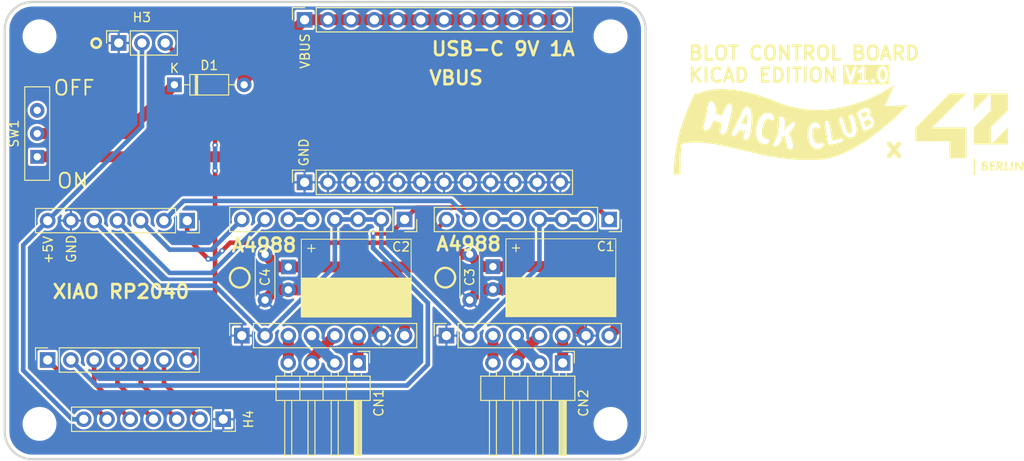
<source format=kicad_pcb>
(kicad_pcb (version 20240108) (generator "pcbnew") (generator_version "8.0")
  (layers (0 "F.Cu" signal "TopLayer") (31 "B.Cu" signal "BottomLayer") (34 "B.Paste" user "BottomPasteMaskLayer") (35 "F.Paste" user "TopPasteMaskLayer") (36 "B.SilkS" user "BottomSilkLayer") (37 "F.SilkS" user "TopSilkLayer") (38 "B.Mask" user "BottomSolderMaskLayer") (39 "F.Mask" user "TopSolderMaskLayer") (44 "Edge.Cuts" user "BoardOutLine"))
  (net 0 "")
  (net 1 "A8")
  (net 2 "+3V3")
  (net 3 "U3-1A")
  (net 4 "U2-1A")
  (net 5 "A7")
  (net 6 "ENABLE")
  (net 7 "A6")
  (net 8 "A9")
  (net 9 "A10")
  (net 10 "+5V")
  (net 11 "GND")
  (net 12 "+9V")
  (net 13 "U3-2A")
  (net 14 "U2-2A")
  (net 15 "U2-1B")
  (net 16 "U2-2B")
  (net 17 "U3-1B")
  (net 18 "U3-2B")
  (net 19 "DAC")
  (net 20 "A2")
  (net 21 "A3")
  (net 22 "SDA")
  (net 23 "SCL")
  (net 24 "Net-(D1-Pad2)")
  (net 25 "Net-(D1-Pad1)")
  (net 27 "Net-(H7-Pad5)")
  (net 28 "Net-(H9-Pad5)")
  (footprint "Connector_PinSocket_2.54mm:PinSocket_1x08_P2.54mm_Vertical" (layer "F.Cu") (at 135.908 116.538 90)
    (property "Reference" "H8" (hide yes))
    (property "Value" "PM254-1-08-Z-8.5")
    (pad "1" thru_hole rect (at 0 0 90) (size 1.7 1.7) (drill 1) (layers "*.Cu" "*.Mask") (net 11 "GND"))
    (pad "2" thru_hole oval (at 0 2.54 90) (size 1.7 1.7) (drill 1) (layers "*.Cu" "*.Mask") (net 2 "+3V3"))
    (pad "3" thru_hole oval (at 0 5.08 90) (size 1.7 1.7) (drill 1) (layers "*.Cu" "*.Mask") (net 15 "U2-1B"))
    (pad "4" thru_hole oval (at 0 7.62 90) (size 1.7 1.7) (drill 1) (layers "*.Cu" "*.Mask") (net 4 "U2-1A"))
    (pad "5" thru_hole oval (at 0 10.16 90) (size 1.7 1.7) (drill 1) (layers "*.Cu" "*.Mask") (net 14 "U2-2A"))
    (pad "6" thru_hole oval (at 0 12.7 90) (size 1.7 1.7) (drill 1) (layers "*.Cu" "*.Mask") (net 16 "U2-2B"))
    (pad "7" thru_hole oval (at 0 15.24 90) (size 1.7 1.7) (drill 1) (layers "*.Cu" "*.Mask") (net 11 "GND"))
    (pad "8" thru_hole oval (at 0 17.78 90) (size 1.7 1.7) (drill 1) (layers "*.Cu" "*.Mask") (net 12 "+9V"))
  )
  (footprint "Connector_PinSocket_2.54mm:PinSocket_1x07_P2.54mm_Vertical" (layer "F.Cu") (at 129.939 103.965 -90)
    (property "Reference" "H5" (hide yes))
    (property "Value" "PM254-1-07-Z-8.5")
    (pad "1" thru_hole rect (at 0 0 270) (size 1.7 1.7) (drill 1) (layers "*.Cu" "*.Mask") (net 5 "A7"))
    (pad "2" thru_hole oval (at 0 2.54 270) (size 1.7 1.7) (drill 1) (layers "*.Cu" "*.Mask") (net 1 "A8"))
    (pad "3" thru_hole oval (at 0 5.08 270) (size 1.7 1.7) (drill 1) (layers "*.Cu" "*.Mask") (net 8 "A9"))
    (pad "4" thru_hole oval (at 0 7.62 270) (size 1.7 1.7) (drill 1) (layers "*.Cu" "*.Mask") (net 9 "A10"))
    (pad "5" thru_hole oval (at 0 10.16 270) (size 1.7 1.7) (drill 1) (layers "*.Cu" "*.Mask") (net 2 "+3V3"))
    (pad "6" thru_hole oval (at 0 12.7 270) (size 1.7 1.7) (drill 1) (layers "*.Cu" "*.Mask") (net 11 "GND"))
    (pad "7" thru_hole oval (at 0 15.24 270) (size 1.7 1.7) (drill 1) (layers "*.Cu" "*.Mask") (net 10 "+5V"))
  )
  (footprint "Capacitor_THT:C_Disc_D4.3mm_W1.9mm_P5.00mm" (layer "F.Cu") (at 138.448 107.648 -90)
    (property "Reference" "C4" (at 2.5 0 90) (layer "F.SilkS"))
    (property "Value" "100nF")
    (pad "1" thru_hole circle (at 0 0 270) (size 1.6 1.6) (drill 0.8) (layers "*.Cu" "*.Mask") (net 12 "+9V"))
    (pad "2" thru_hole circle (at 5 0 270) (size 1.6 1.6) (drill 0.8) (layers "*.Cu" "*.Mask") (net 11 "GND"))
  )
  (footprint "Connector_PinHeader_2.54mm:PinHeader_1x04_P2.54mm_Horizontal" (layer "F.Cu") (at 170.96 119.529 -90)
    (property "Reference" "CN2" (at 4.385 -2.27 90) (layer "F.SilkS"))
    (property "Value" "2510-4AW")
    (pad "1" thru_hole rect (at 0 0 270) (size 1.7 1.7) (drill 1) (layers "*.Cu" "*.Mask") (net 18 "U3-2B"))
    (pad "2" thru_hole oval (at 0 2.54 270) (size 1.7 1.7) (drill 1) (layers "*.Cu" "*.Mask") (net 3 "U3-1A"))
    (pad "3" thru_hole oval (at 0 5.08 270) (size 1.7 1.7) (drill 1) (layers "*.Cu" "*.Mask") (net 13 "U3-2A"))
    (pad "4" thru_hole oval (at 0 7.62 270) (size 1.7 1.7) (drill 1) (layers "*.Cu" "*.Mask") (net 17 "U3-1B"))
  )
  (footprint "Library:HOLE-3.2MM" (layer "F.Cu") (at 176.1899 126.19)
    (property "Reference" "PAD1" (hide yes))
    (property "Value" "HOLE3.2" (hide yes))
    (pad "" np_thru_hole circle (at 0 0) (size 3.1998 3.1998) (drill 3.1998) (layers "F&B.Cu" "*.Mask"))
  )
  (footprint "Diode_THT:D_DO-35_SOD27_P7.62mm_Horizontal" (layer "F.Cu") (at 128.542 89.106)
    (property "Reference" "D1" (at 3.81 -2.12 0) (layer "F.SilkS"))
    (property "Value" "1N5819")
    (fp_text user "K" (at 0 -1.8 0) (layer "F.SilkS"))
    (pad "1" thru_hole rect (at 0 0) (size 1.6 1.6) (drill 0.8) (layers "*.Cu" "*.Mask") (net 25 "Net-(D1-Pad1)"))
    (pad "2" thru_hole oval (at 7.62 0) (size 1.6 1.6) (drill 0.8) (layers "*.Cu" "*.Mask") (net 24 "Net-(D1-Pad2)"))
  )
  (footprint "Connector_PinSocket_2.54mm:PinSocket_1x07_P2.54mm_Vertical" (layer "F.Cu") (at 114.699 119.205 90)
    (property "Reference" "H6" (hide yes))
    (property "Value" "PM254-1-07-Z-8.5")
    (pad "1" thru_hole rect (at 0 0 90) (size 1.7 1.7) (drill 1) (layers "*.Cu" "*.Mask") (net 19 "DAC"))
    (pad "2" thru_hole oval (at 0 2.54 90) (size 1.7 1.7) (drill 1) (layers "*.Cu" "*.Mask") (net 6 "ENABLE"))
    (pad "3" thru_hole oval (at 0 5.08 90) (size 1.7 1.7) (drill 1) (layers "*.Cu" "*.Mask") (net 20 "A2"))
    (pad "4" thru_hole oval (at 0 7.62 90) (size 1.7 1.7) (drill 1) (layers "*.Cu" "*.Mask") (net 21 "A3"))
    (pad "5" thru_hole oval (at 0 10.16 90) (size 1.7 1.7) (drill 1) (layers "*.Cu" "*.Mask") (net 22 "SDA"))
    (pad "6" thru_hole oval (at 0 12.7 90) (size 1.7 1.7) (drill 1) (layers "*.Cu" "*.Mask") (net 23 "SCL"))
    (pad "7" thru_hole oval (at 0 15.24 90) (size 1.7 1.7) (drill 1) (layers "*.Cu" "*.Mask") (net 7 "A6"))
  )
  (footprint "Connector_PinSocket_2.54mm:PinSocket_1x07_P2.54mm_Vertical" (layer "F.Cu") (at 133.876 125.682 -90)
    (property "Reference" "H4" (at 0 -2.77 90) (layer "F.SilkS"))
    (property "Value" "PM254-1-07-Z-8.5" (hide yes))
    (pad "1" thru_hole rect (at 0 0 270) (size 1.7 1.7) (drill 1) (layers "*.Cu" "*.Mask") (net 11 "GND"))
    (pad "2" thru_hole oval (at 0 2.54 270) (size 1.7 1.7) (drill 1) (layers "*.Cu" "*.Mask") (net 23 "SCL"))
    (pad "3" thru_hole oval (at 0 5.08 270) (size 1.7 1.7) (drill 1) (layers "*.Cu" "*.Mask") (net 22 "SDA"))
    (pad "4" thru_hole oval (at 0 7.62 270) (size 1.7 1.7) (drill 1) (layers "*.Cu" "*.Mask") (net 21 "A3"))
    (pad "5" thru_hole oval (at 0 10.16 270) (size 1.7 1.7) (drill 1) (layers "*.Cu" "*.Mask") (net 20 "A2"))
    (pad "6" thru_hole oval (at 0 12.7 270) (size 1.7 1.7) (drill 1) (layers "*.Cu" "*.Mask") (net 19 "DAC"))
    (pad "7" thru_hole oval (at 0 15.24 270) (size 1.7 1.7) (drill 1) (layers "*.Cu" "*.Mask") (net 10 "+5V"))
  )
  (footprint "Capacitor_THT:C_Disc_D4.3mm_W1.9mm_P5.00mm" (layer "F.Cu") (at 160.8 107.648 -90)
    (property "Reference" "C3" (at 2.5 0 90) (layer "F.SilkS"))
    (property "Value" "100nF")
    (pad "1" thru_hole circle (at 0 0 270) (size 1.6 1.6) (drill 0.8) (layers "*.Cu" "*.Mask") (net 12 "+9V"))
    (pad "2" thru_hole circle (at 5 0 270) (size 1.6 1.6) (drill 0.8) (layers "*.Cu" "*.Mask") (net 11 "GND"))
  )
  (footprint "Connector_PinSocket_2.54mm:PinSocket_1x08_P2.54mm_Vertical" (layer "F.Cu") (at 158.26 116.538 90)
    (property "Reference" "H10" (hide yes))
    (property "Value" "PM254-1-08-Z-8.5")
    (pad "1" thru_hole rect (at 0 0 90) (size 1.7 1.7) (drill 1) (layers "*.Cu" "*.Mask") (net 11 "GND"))
    (pad "2" thru_hole oval (at 0 2.54 90) (size 1.7 1.7) (drill 1) (layers "*.Cu" "*.Mask") (net 2 "+3V3"))
    (pad "3" thru_hole oval (at 0 5.08 90) (size 1.7 1.7) (drill 1) (layers "*.Cu" "*.Mask") (net 17 "U3-1B"))
    (pad "4" thru_hole oval (at 0 7.62 90) (size 1.7 1.7) (drill 1) (layers "*.Cu" "*.Mask") (net 3 "U3-1A"))
    (pad "5" thru_hole oval (at 0 10.16 90) (size 1.7 1.7) (drill 1) (layers "*.Cu" "*.Mask") (net 13 "U3-2A"))
    (pad "6" thru_hole oval (at 0 12.7 90) (size 1.7 1.7) (drill 1) (layers "*.Cu" "*.Mask") (net 18 "U3-2B"))
    (pad "7" thru_hole oval (at 0 15.24 90) (size 1.7 1.7) (drill 1) (layers "*.Cu" "*.Mask") (net 11 "GND"))
    (pad "8" thru_hole oval (at 0 17.78 90) (size 1.7 1.7) (drill 1) (layers "*.Cu" "*.Mask") (net 12 "+9V"))
  )
  (footprint "Library:HOLE-3.2MM" (layer "F.Cu") (at 113.81 126.19)
    (property "Reference" "PAD4" (hide yes))
    (property "Value" "HOLE3.2" (hide yes))
    (pad "" np_thru_hole circle (at 0 0) (size 3.1998 3.1998) (drill 3.1998) (layers "F&B.Cu" "*.Mask"))
  )
  (footprint "Library:HOLE-3.2MM" (layer "F.Cu") (at 113.81 83.8101)
    (property "Reference" "PAD3" (hide yes))
    (property "Value" "HOLE3.2" (hide yes))
    (pad "" np_thru_hole circle (at 0 0) (size 3.1998 3.1998) (drill 3.1998) (layers "F&B.Cu" "*.Mask"))
  )
  (footprint "Library:CP_Radial_D8.0mm_P2.50mm_Horizontal_Mirrored" (layer "F.Cu") (at 140.988 111.458 90)
    (property "Reference" "C2" (at 4.629 12.319 180) (layer "F.SilkS"))
    (property "Value" "100uF")
    (pad "1" thru_hole rect (at 2.43 0 90) (size 1.6 1.6) (drill 0.8) (layers "*.Cu" "*.Mask") (net 12 "+9V"))
    (pad "2" thru_hole circle (at -0.07 0 90) (size 1.6 1.6) (drill 0.8) (layers "*.Cu" "*.Mask") (net 11 "GND"))
  )
  (footprint "Connector_PinSocket_2.54mm:PinSocket_1x12_P2.54mm_Vertical" (layer "F.Cu") (at 142.766 82.0001 90)
    (property "Reference" "H1" (hide yes))
    (property "Value" "KH-2.54FH-1X12P-H8.5" (hide yes))
    (pad "1" thru_hole rect (at 0 0 90) (size 1.7 1.7) (drill 1) (layers "*.Cu" "*.Mask") (net 24 "Net-(D1-Pad2)"))
    (pad "2" thru_hole oval (at 0 2.54 90) (size 1.7 1.7) (drill 1) (layers "*.Cu" "*.Mask") (net 24 "Net-(D1-Pad2)"))
    (pad "3" thru_hole oval (at 0 5.08 90) (size 1.7 1.7) (drill 1) (layers "*.Cu" "*.Mask") (net 24 "Net-(D1-Pad2)"))
    (pad "4" thru_hole oval (at 0 7.62 90) (size 1.7 1.7) (drill 1) (layers "*.Cu" "*.Mask") (net 24 "Net-(D1-Pad2)"))
    (pad "5" thru_hole oval (at 0 10.16 90) (size 1.7 1.7) (drill 1) (layers "*.Cu" "*.Mask") (net 24 "Net-(D1-Pad2)"))
    (pad "6" thru_hole oval (at 0 12.7 90) (size 1.7 1.7) (drill 1) (layers "*.Cu" "*.Mask") (net 24 "Net-(D1-Pad2)"))
    (pad "7" thru_hole oval (at 0 15.24 90) (size 1.7 1.7) (drill 1) (layers "*.Cu" "*.Mask") (net 24 "Net-(D1-Pad2)"))
    (pad "8" thru_hole oval (at 0 17.78 90) (size 1.7 1.7) (drill 1) (layers "*.Cu" "*.Mask") (net 24 "Net-(D1-Pad2)"))
    (pad "9" thru_hole oval (at 0 20.32 90) (size 1.7 1.7) (drill 1) (layers "*.Cu" "*.Mask") (net 24 "Net-(D1-Pad2)"))
    (pad "10" thru_hole oval (at 0 22.86 90) (size 1.7 1.7) (drill 1) (layers "*.Cu" "*.Mask") (net 24 "Net-(D1-Pad2)"))
    (pad "11" thru_hole oval (at 0 25.4 90) (size 1.7 1.7) (drill 1) (layers "*.Cu" "*.Mask") (net 24 "Net-(D1-Pad2)"))
    (pad "12" thru_hole oval (at 0 27.94 90) (size 1.7 1.7) (drill 1) (layers "*.Cu" "*.Mask") (net 24 "Net-(D1-Pad2)"))
  )
  (footprint "graphics:hcflag" (layer "F.Cu") (at 195.852 94.059)
    (property "Reference" "G***" (hide yes))
    (property "Value" "LOGO" (hide yes))
  )
  (footprint "Connector_PinHeader_2.54mm:PinHeader_1x04_P2.54mm_Horizontal" (layer "F.Cu") (at 148.598 119.529 -90)
    (property "Reference" "CN1" (at 4.385 -2.27 90) (layer "F.SilkS"))
    (property "Value" "2510-4AW")
    (pad "1" thru_hole rect (at 0 0 270) (size 1.7 1.7) (drill 1) (layers "*.Cu" "*.Mask") (net 16 "U2-2B"))
    (pad "2" thru_hole oval (at 0 2.54 270) (size 1.7 1.7) (drill 1) (layers "*.Cu" "*.Mask") (net 4 "U2-1A"))
    (pad "3" thru_hole oval (at 0 5.08 270) (size 1.7 1.7) (drill 1) (layers "*.Cu" "*.Mask") (net 14 "U2-2A"))
    (pad "4" thru_hole oval (at 0 7.62 270) (size 1.7 1.7) (drill 1) (layers "*.Cu" "*.Mask") (net 15 "U2-1B"))
  )
  (footprint "Library:HOLE-3.2MM" (layer "F.Cu") (at 176.1899 83.8101)
    (property "Reference" "PAD2" (hide yes))
    (property "Value" "HOLE3.2" (hide yes))
    (pad "" np_thru_hole circle (at 0 0) (size 3.1998 3.1998) (drill 3.1998) (layers "F&B.Cu" "*.Mask"))
  )
  (footprint "Connector_PinSocket_2.54mm:PinSocket_1x08_P2.54mm_Vertical" (layer "F.Cu") (at 153.688 103.8381 -90)
    (property "Reference" "H7" (hide yes))
    (property "Value" "PM254-1-08-Z-8.5")
    (pad "1" thru_hole rect (at 0 0 270) (size 1.7 1.7) (drill 1) (layers "*.Cu" "*.Mask") (net 6 "ENABLE"))
    (pad "2" thru_hole oval (at 0 2.54 270) (size 1.7 1.7) (drill 1) (layers "*.Cu" "*.Mask") (net 2 "+3V3"))
    (pad "3" thru_hole oval (at 0 5.08 270) (size 1.7 1.7) (drill 1) (layers "*.Cu" "*.Mask") (net 2 "+3V3"))
    (pad "4" thru_hole oval (at 0 7.62 270) (size 1.7 1.7) (drill 1) (layers "*.Cu" "*.Mask") (net 2 "+3V3"))
    (pad "5" thru_hole oval (at 0 10.16 270) (size 1.7 1.7) (drill 1) (layers "*.Cu" "*.Mask") (net 27 "Net-(H7-Pad5)"))
    (pad "6" thru_hole oval (at 0 12.7 270) (size 1.7 1.7) (drill 1) (layers "*.Cu" "*.Mask") (net 27 "Net-(H7-Pad5)"))
    (pad "7" thru_hole oval (at 0 15.24 270) (size 1.7 1.7) (drill 1) (layers "*.Cu" "*.Mask") (net 9 "A10"))
    (pad "8" thru_hole oval (at 0 17.78 270) (size 1.7 1.7) (drill 1) (layers "*.Cu" "*.Mask") (net 8 "A9"))
  )
  (footprint "Connector_PinSocket_2.54mm:PinSocket_1x12_P2.54mm_Vertical" (layer "F.Cu") (at 142.766 99.774 90)
    (property "Reference" "H2" (hide yes))
    (property "Value" "KH-2.54FH-1X12P-H8.5" (hide yes))
    (pad "1" thru_hole rect (at 0 0 90) (size 1.7 1.7) (drill 1) (layers "*.Cu" "*.Mask") (net 11 "GND"))
    (pad "2" thru_hole oval (at 0 2.54 90) (size 1.7 1.7) (drill 1) (layers "*.Cu" "*.Mask") (net 11 "GND"))
    (pad "3" thru_hole oval (at 0 5.08 90) (size 1.7 1.7) (drill 1) (layers "*.Cu" "*.Mask") (net 11 "GND"))
    (pad "4" thru_hole oval (at 0 7.62 90) (size 1.7 1.7) (drill 1) (layers "*.Cu" "*.Mask") (net 11 "GND"))
    (pad "5" thru_hole oval (at 0 10.16 90) (size 1.7 1.7) (drill 1) (layers "*.Cu" "*.Mask") (net 11 "GND"))
    (pad "6" thru_hole oval (at 0 12.7 90) (size 1.7 1.7) (drill 1) (layers "*.Cu" "*.Mask") (net 11 "GND"))
    (pad "7" thru_hole oval (at 0 15.24 90) (size 1.7 1.7) (drill 1) (layers "*.Cu" "*.Mask") (net 11 "GND"))
    (pad "8" thru_hole oval (at 0 17.78 90) (size 1.7 1.7) (drill 1) (layers "*.Cu" "*.Mask") (net 11 "GND"))
    (pad "9" thru_hole oval (at 0 20.32 90) (size 1.7 1.7) (drill 1) (layers "*.Cu" "*.Mask") (net 11 "GND"))
    (pad "10" thru_hole oval (at 0 22.86 90) (size 1.7 1.7) (drill 1) (layers "*.Cu" "*.Mask") (net 11 "GND"))
    (pad "11" thru_hole oval (at 0 25.4 90) (size 1.7 1.7) (drill 1) (layers "*.Cu" "*.Mask") (net 11 "GND"))
    (pad "12" thru_hole oval (at 0 27.94 90) (size 1.7 1.7) (drill 1) (layers "*.Cu" "*.Mask") (net 11 "GND"))
  )
  (footprint "Library:CP_Radial_D8.0mm_P2.50mm_Horizontal_Mirrored" (layer "F.Cu") (at 163.34 111.418 90)
    (property "Reference" "C1" (at 4.629 12.319 180) (layer "F.SilkS"))
    (property "Value" "100uF")
    (pad "1" thru_hole rect (at 2.43 0 90) (size 1.6 1.6) (drill 0.8) (layers "*.Cu" "*.Mask") (net 12 "+9V"))
    (pad "2" thru_hole circle (at -0.07 0 90) (size 1.6 1.6) (drill 0.8) (layers "*.Cu" "*.Mask") (net 11 "GND"))
  )
  (footprint "Connector_PinSocket_2.54mm:PinSocket_1x03_P2.54mm_Vertical" (layer "F.Cu") (at 122.461 84.534 90)
    (property "Reference" "H3" (at 2.794 2.525 180) (layer "F.SilkS"))
    (property "Value" "Header-Male-2.54_1x3" (hide yes))
    (pad "1" thru_hole rect (at 0 0 90) (size 1.7 1.7) (drill 1) (layers "*.Cu" "*.Mask") (net 11 "GND"))
    (pad "2" thru_hole oval (at 0 2.54 90) (size 1.7 1.7) (drill 1) (layers "*.Cu" "*.Mask") (net 10 "+5V"))
    (pad "3" thru_hole oval (at 0 5.08 90) (size 1.7 1.7) (drill 1) (layers "*.Cu" "*.Mask") (net 7 "A6"))
  )
  (footprint "Connector_PinSocket_2.54mm:PinSocket_1x08_P2.54mm_Vertical" (layer "F.Cu") (at 176.04 103.838 -90)
    (property "Reference" "H9" (hide yes))
    (property "Value" "PM254-1-08-Z-8.5")
    (pad "1" thru_hole rect (at 0 0 270) (size 1.7 1.7) (drill 1) (layers "*.Cu" "*.Mask") (net 6 "ENABLE"))
    (pad "2" thru_hole oval (at 0 2.54 270) (size 1.7 1.7) (drill 1) (layers "*.Cu" "*.Mask") (net 2 "+3V3"))
    (pad "3" thru_hole oval (at 0 5.08 270) (size 1.7 1.7) (drill 1) (layers "*.Cu" "*.Mask") (net 2 "+3V3"))
    (pad "4" thru_hole oval (at 0 7.62 270) (size 1.7 1.7) (drill 1) (layers "*.Cu" "*.Mask") (net 2 "+3V3"))
    (pad "5" thru_hole oval (at 0 10.16 270) (size 1.7 1.7) (drill 1) (layers "*.Cu" "*.Mask") (net 28 "Net-(H9-Pad5)"))
    (pad "6" thru_hole oval (at 0 12.7 270) (size 1.7 1.7) (drill 1) (layers "*.Cu" "*.Mask") (net 28 "Net-(H9-Pad5)"))
    (pad "7" thru_hole oval (at 0 15.24 270) (size 1.7 1.7) (drill 1) (layers "*.Cu" "*.Mask") (net 1 "A8"))
    (pad "8" thru_hole oval (at 0 17.78 270) (size 1.7 1.7) (drill 1) (layers "*.Cu" "*.Mask") (net 5 "A7"))
  )
  (footprint "Library:SW_Slide-03_Wuerth-WS-SLTV_10x2.5x6.4_P2.54mm_Pins_1_2_Reversed" (layer "F.Cu") (at 113.556 94.44 90)
    (property "Reference" "SW1" (at 0 -2.54 90) (layer "F.SilkS"))
    (property "Value" "SS-12D10L5")
    (pad "1" thru_hole rect (at -2.54 0 90) (size 1.5 1.5) (drill 0.8) (layers "*.Cu" "*.Mask") (net 12 "+9V"))
    (pad "2" thru_hole circle (at 0 0 90) (size 1.6 1.6) (drill 0.8) (layers "*.Cu" "*.Mask") (net 25 "Net-(D1-Pad1)"))
    (pad "3" thru_hole circle (at 2.54 0 90) (size 1.6 1.6) (drill 0.8) (layers "*.Cu" "*.Mask"))
  )
  (gr_poly (pts (xy 217.032158 97.49661) (xy 217.06843 97.497071) (xy 217.101264 97.497896) (xy 217.130899 97.499128) (xy 217.157576 97.500813) (xy 217.181536 97.502996) (xy 217.203018 97.505721) (xy 217.212905 97.507301) (xy 217.222263 97.509033) (xy 217.231122 97.510924) (xy 217.239512 97.512979) (xy 217.247462 97.515203) (xy 217.255003 97.517601) (xy 217.262166 97.520181) (xy 217.268979 97.522947) (xy 217.275473 97.525904) (xy 217.281679 97.529059) (xy 217.287625 97.532417) (xy 217.293343 97.535984) (xy 217.298862 97.539765) (xy 217.304212 97.543766) (xy 217.309423 97.547993) (xy 217.314526 97.552451) (xy 217.324525 97.562082) (xy 217.332773 97.57109) (xy 217.340455 97.580264) (xy 217.347577 97.589625) (xy 217.354141 97.59919) (xy 217.360154 97.608979) (xy 217.365619 97.619009) (xy 217.370542 97.6293) (xy 217.374927 97.63987) (xy 217.378779 97.650738) (xy 217.382102 97.661922) (xy 217.384901 97.67344) (xy 217.387181 97.685312) (xy 217.388946 97.697557) (xy 217.3902 97.710192) (xy 217.39095 97.723236) (xy 217.391199 97.736708) (xy 217.39077 97.75179) (xy 217.389506 97.766825) (xy 217.387439 97.781742) (xy 217.384601 97.796471) (xy 217.381025 97.810939) (xy 217.376744 97.825075) (xy 217.37179 97.838808) (xy 217.366196 97.852066) (xy 217.359994 97.864779) (xy 217.353217 97.876875) (xy 217.345897 97.888283) (xy 217.338068 97.89893) (xy 217.32976 97.908747) (xy 217.325438 97.913322) (xy 217.321008 97.917662) (xy 217.316475 97.921759) (xy 217.311844 97.925603) (xy 217.307117 97.929186) (xy 217.302299 97.932499) (xy 217.294285 97.937615) (xy 217.287301 97.942266) (xy 217.281333 97.946487) (xy 217.278727 97.948446) (xy 217.27637 97.950309) (xy 217.274262 97.952081) (xy 217.272399 97.953766) (xy 217.270782 97.955367) (xy 217.269408 97.956889) (xy 217.268276 97.958335) (xy 217.267385 97.959711) (xy 217.266732 97.961019) (xy 217.266316 97.962265) (xy 217.266136 97.963452) (xy 217.26619 97.964583) (xy 217.266477 97.965665) (xy 217.266994 97.966699) (xy 217.267741 97.967691) (xy 217.268716 97.968644) (xy 217.269917 97.969562) (xy 217.271343 97.970451) (xy 217.272992 97.971313) (xy 217.274863 97.972152) (xy 217.276954 97.972974) (xy 217.279264 97.973781) (xy 217.284533 97.975369) (xy 217.290657 97.97695) (xy 217.294971 97.978219) (xy 217.299373 97.979834) (xy 217.308389 97.984046) (xy 217.317609 97.989477) (xy 217.326938 97.996016) (xy 217.33628 98.003554) (xy 217.345538 98.01198) (xy 217.354616 98.021184) (xy 217.363418 98.031057) (xy 217.371848 98.041487) (xy 217.37981 98.052366) (xy 217.387207 98.063583) (xy 217.393944 98.075027) (xy 217.399925 98.086589) (xy 217.405053 98.09816) (xy 217.409232 98.109627) (xy 217.412366 98.120883) (xy 217.414367 98.129893) (xy 217.416007 98.139055) (xy 217.418228 98.157763) (xy 217.419073 98.176875) (xy 217.418584 98.196256) (xy 217.416805 98.215773) (xy 217.41378 98.235294) (xy 217.409552 98.254685) (xy 217.404164 98.273812) (xy 217.39766 98.292542) (xy 217.390083 98.310742) (xy 217.381477 98.328278) (xy 217.371885 98.345018) (xy 217.36135 98.360827) (xy 217.349916 98.375573) (xy 217.337627 98.389122) (xy 217.331174 98.395406) (xy 217.324525 98.401341) (xy 217.310662 98.412964) (xy 217.297361 98.423283) (xy 217.284194 98.432383) (xy 217.270731 98.44035) (xy 217.256543 98.44727) (xy 217.241199 98.453226) (xy 217.224271 98.458305) (xy 217.205329 98.462592) (xy 217.183944 98.466172) (xy 217.159687 98.46913) (xy 217.132127 98.471552) (xy 217.100835 98.473523) (xy 217.02534 98.476452) (xy 216.929766 98.478599) (xy 216.67365 98.482833) (xy 216.677883 98.457432) (xy 216.696536 98.30953) (xy 216.699187 98.28743) (xy 216.928507 98.28743) (xy 216.928513 98.289795) (xy 216.928701 98.290868) (xy 216.929022 98.29187) (xy 216.929484 98.292803) (xy 216.930096 98.293671) (xy 216.930863 98.294475) (xy 216.931794 98.295218) (xy 216.934177 98.29653) (xy 216.937307 98.297624) (xy 216.941242 98.29852) (xy 216.946044 98.299237) (xy 216.951773 98.299792) (xy 216.95849 98.300204) (xy 216.975127 98.300675) (xy 216.996441 98.300799) (xy 217.019683 98.300495) (xy 217.041044 98.299557) (xy 217.051043 98.298838) (xy 217.0606 98.297946) (xy 217.069725 98.296876) (xy 217.078429 98.295623) (xy 217.08672 98.294183) (xy 217.094608 98.29255) (xy 217.102103 98.290721) (xy 217.109215 98.288688) (xy 217.115954 98.286449) (xy 217.122328 98.283998) (xy 217.128349 98.281331) (xy 217.134024 98.278442) (xy 217.139365 98.275327) (xy 217.144381 98.27198) (xy 217.149081 98.268397) (xy 217.153475 98.264574) (xy 217.157574 98.260505) (xy 217.161385 98.256185) (xy 217.16492 98.25161) (xy 217.168189 98.246774) (xy 217.171199 98.241674) (xy 217.173962 98.236303) (xy 217.176488 98.230658) (xy 217.178784 98.224733) (xy 217.180863 98.218524) (xy 217.182732 98.212025) (xy 217.184402 98.205232) (xy 217.185883 98.19814) (xy 217.18668 98.193388) (xy 217.187288 98.188659) (xy 217.187709 98.183959) (xy 217.187946 98.179293) (xy 217.188001 98.174666) (xy 217.187878 98.170082) (xy 217.187579 98.165547) (xy 217.187106 98.161066) (xy 217.186463 98.156644) (xy 217.185653 98.152286) (xy 217.184677 98.147996) (xy 217.183539 98.143781) (xy 217.182241 98.139645) (xy 217.180786 98.135593) (xy 217.179177 98.13163) (xy 217.177416 98.127762) (xy 217.175506 98.123992) (xy 217.173451 98.120327) (xy 217.171252 98.116771) (xy 217.168912 98.113329) (xy 217.166434 98.110007) (xy 217.163821 98.10681) (xy 217.161076 98.103741) (xy 217.158201 98.100807) (xy 217.155198 98.098013) (xy 217.152071 98.095363) (xy 217.148823 98.092863) (xy 217.145455 98.090518) (xy 217.141971 98.088332) (xy 217.138374 98.086311) (xy 217.134666 98.08446) (xy 217.130849 98.082783) (xy 217.126789 98.081221) (xy 217.122182 98.079715) (xy 217.117076 98.078271) (xy 217.111518 98.076896) (xy 217.099242 98.074374) (xy 217.085738 98.072199) (xy 217.07139 98.070422) (xy 217.056584 98.069091) (xy 217.041704 98.068256) (xy 217.027133 98.067966) (xy 216.9594 98.067966) (xy 216.954108 98.101832) (xy 216.95123 98.120337) (xy 216.947758 98.145092) (xy 216.944285 98.172824) (xy 216.942735 98.186783) (xy 216.941408 98.200258) (xy 216.9381 98.226385) (xy 216.934793 98.250528) (xy 216.931883 98.269909) (xy 216.9307 98.276945) (xy 216.929766 98.281749) (xy 216.928945 98.284754) (xy 216.928507 98.28743) (xy 216.699187 98.28743) (xy 216.735032 97.988591) (xy 216.747892 97.883899) (xy 216.979243 97.883899) (xy 216.979262 97.885665) (xy 216.979376 97.887284) (xy 216.97959 97.888762) (xy 216.979912 97.890106) (xy 216.980349 97.891322) (xy 216.980908 97.892417) (xy 216.981595 97.893397) (xy 216.982418 97.894267) (xy 216.983383 97.895036) (xy 216.984498 97.895708) (xy 216.98577 97.896291) (xy 216.987205 97.896791) (xy 216.988811 97.897214) (xy 216.990594 97.897567) (xy 216.994721 97.898087) (xy 216.999642 97.898403) (xy 217.005412 97.898565) (xy 217.019725 97.898633) (xy 217.025947 97.898553) (xy 217.032108 97.898314) (xy 217.038202 97.897919) (xy 217.044225 97.89737) (xy 217.050172 97.89667) (xy 217.056036 97.895821) (xy 217.061814 97.894827) (xy 217.067498 97.893689) (xy 217.073086 97.892409) (xy 217.07857 97.890991) (xy 217.083946 97.889437) (xy 217.089209 97.88775) (xy 217.094353 97.885931) (xy 217.099373 97.883984) (xy 217.104265 97.881911) (xy 217.109022 97.879715) (xy 217.113639 97.877398) (xy 217.118112 97.874962) (xy 217.122434 97.872411) (xy 217.126602 97.869746) (xy 217.130609 97.86697) (xy 217.13445 97.864086) (xy 217.138121 97.861096) (xy 217.141615 97.858003) (xy 217.144928 97.854809) (xy 217.148054 97.851517) (xy 217.150989 97.848129) (xy 217.153726 97.844647) (xy 217.156261 97.841076) (xy 217.158588 97.837416) (xy 217.160703 97.83367) (xy 217.1626 97.829841) (xy 217.167015 97.820126) (xy 217.170734 97.810806) (xy 217.173755 97.801855) (xy 217.175003 97.797509) (xy 217.176077 97.793246) (xy 217.176975 97.789062) (xy 217.177698 97.784954) (xy 217.178246 97.780918) (xy 217.178617 97.776951) (xy 217.178813 97.773051) (xy 217.178832 97.769212) (xy 217.178676 97.765434) (xy 217.178342 97.761711) (xy 217.177832 97.758041) (xy 217.177145 97.75442) (xy 217.176281 97.750845) (xy 217.17524 97.747314) (xy 217.174021 97.743822) (xy 217.172624 97.740366) (xy 217.171049 97.736943) (xy 217.169297 97.733549) (xy 217.167366 97.730182) (xy 217.165256 97.726838) (xy 217.162968 97.723514) (xy 217.160502 97.720206) (xy 217.157856 97.716912) (xy 217.15503 97.713627) (xy 217.148841 97.707074) (xy 217.144029 97.70237) (xy 217.139465 97.698159) (xy 217.135075 97.694417) (xy 217.130783 97.691117) (xy 217.126517 97.688232) (xy 217.122201 97.685736) (xy 217.117761 97.683603) (xy 217.113122 97.681807) (xy 217.108211 97.68032) (xy 217.102952 97.679117) (xy 217.097272 97.678172) (xy 217.091096 97.677457) (xy 217.084349 97.676947) (xy 217.076957 97.676616) (xy 217.068846 97.676436) (xy 217.059941 97.676382) (xy 217.002791 97.676382) (xy 216.995383 97.752583) (xy 216.992042 97.785276) (xy 216.988503 97.817274) (xy 216.986721 97.831803) (xy 216.984964 97.844707) (xy 216.983257 97.855504) (xy 216.981624 97.863707) (xy 216.979962 97.875236) (xy 216.979457 97.8799) (xy 216.979243 97.883899) (xy 216.747892 97.883899) (xy 216.774455 97.667652) (xy 216.793241 97.519749) (xy 216.795453 97.512064) (xy 216.797152 97.508954) (xy 216.799624 97.506288) (xy 216.80315 97.504032) (xy 216.808012 97.50215) (xy 216.814493 97.50061) (xy 216.822874 97.499376) (xy 216.833439 97.498415) (xy 216.846468 97.497693) (xy 216.88105 97.496829) (xy 216.992207 97.496466)) (stroke (width -0.000001)) (fill solid) (layer "F.SilkS"))
  (gr_poly (pts (xy 216.015366 98.988716) (xy 215.867199 98.988716) (xy 215.867199 97.136633) (xy 216.015366 97.136633)) (stroke (width -0.000001)) (fill solid) (layer "F.SilkS"))
  (gr_circle (center 120 84.55) (end 120.5022 84.55) (stroke (width 0.3)) (fill none) (layer "F.SilkS"))
  (gr_poly (pts (xy 218.212466 97.572666) (xy 218.208954 97.613432) (xy 218.207348 97.629588) (xy 218.205405 97.64321) (xy 218.202799 97.654514) (xy 218.201144 97.659362) (xy 218.199202 97.663712) (xy 218.196929 97.667588) (xy 218.194287 97.671018) (xy 218.191233 97.674029) (xy 218.187727 97.676647) (xy 218.183728 97.6789) (xy 218.179196 97.680813) (xy 218.174088 97.682414) (xy 218.168365 97.683729) (xy 218.154908 97.685609) (xy 218.138498 97.686668) (xy 218.118808 97.687119) (xy 218.09551 97.687177) (xy 218.036783 97.686966) (xy 217.880149 97.686966) (xy 217.874857 97.720833) (xy 217.871964 97.739138) (xy 217.868375 97.763298) (xy 217.864589 97.790037) (xy 217.8611 97.816083) (xy 217.854749 97.877466) (xy 218.165899 97.877466) (xy 218.160608 97.90075) (xy 218.159281 97.907186) (xy 218.157731 97.91593) (xy 218.154258 97.938849) (xy 218.152484 97.952281) (xy 218.150785 97.966531) (xy 218.149235 97.981228) (xy 218.147908 97.995999) (xy 218.140499 98.066908) (xy 217.984925 98.070083) (xy 217.830408 98.073258) (xy 217.822999 98.131466) (xy 217.820122 98.157858) (xy 217.816649 98.187028) (xy 217.8103 98.239416) (xy 217.802891 98.290216) (xy 218.134149 98.290216) (xy 218.128858 98.3135) (xy 218.12753 98.319936) (xy 218.12598 98.32868) (xy 218.122507 98.351599) (xy 218.120734 98.365031) (xy 218.119035 98.379281) (xy 218.117484 98.393978) (xy 218.116157 98.408749) (xy 218.108749 98.480716) (xy 217.834641 98.480716) (xy 217.745683 98.480675) (xy 217.709523 98.480577) (xy 217.678404 98.480385) (xy 217.664617 98.480245) (xy 217.651949 98.48007) (xy 217.640352 98.479856) (xy 217.629779 98.4796) (xy 217.620182 98.479297) (xy 217.611515 98.478944) (xy 217.603731 98.478536) (xy 217.596781 98.47807) (xy 217.590618 98.477542) (xy 217.585196 98.476949) (xy 217.580466 98.476285) (xy 217.578347 98.475926) (xy 217.576383 98.475548) (xy 217.574568 98.475151) (xy 217.572898 98.474734) (xy 217.571365 98.474296) (xy 217.569964 98.473838) (xy 217.568689 98.473358) (xy 217.567534 98.472857) (xy 217.566493 98.472333) (xy 217.56556 98.471786) (xy 217.56473 98.471216) (xy 217.563996 98.470623) (xy 217.563352 98.470005) (xy 217.562793 98.469363) (xy 217.562313 98.468695) (xy 217.561906 98.468002) (xy 217.561565 98.467282) (xy 217.561285 98.466536) (xy 217.561061 98.465763) (xy 217.560885 98.464962) (xy 217.560658 98.463275) (xy 217.560556 98.461472) (xy 217.560533 98.459549) (xy 217.612523 98.008038) (xy 217.671658 97.530333) (xy 217.678008 97.496466) (xy 218.219874 97.496466)) (stroke (width -0.000001)) (fill solid) (layer "F.SilkS"))
  (gr_poly (pts (xy 218.55573 97.497392) (xy 218.643208 97.498583) (xy 218.712316 97.499763) (xy 218.741107 97.50039) (xy 218.766454 97.50108) (xy 218.788658 97.501863) (xy 218.808016 97.502768) (xy 218.824829 97.503826) (xy 218.839396 97.505065) (xy 218.852016 97.506515) (xy 218.862987 97.508205) (xy 218.867949 97.509149) (xy 218.87261 97.510165) (xy 218.877009 97.511255) (xy 218.881184 97.512424) (xy 218.88517 97.513675) (xy 218.889006 97.515011) (xy 218.896378 97.517957) (xy 218.903598 97.521291) (xy 218.910965 97.525041) (xy 218.930062 97.536249) (xy 218.947865 97.548588) (xy 218.964377 97.561979) (xy 218.9796 97.576345) (xy 218.993536 97.591607) (xy 219.006187 97.607687) (xy 219.017557 97.624506) (xy 219.027647 97.641987) (xy 219.036459 97.66005) (xy 219.043996 97.678618) (xy 219.05026 97.697612) (xy 219.055254 97.716955) (xy 219.05898 97.736567) (xy 219.06144 97.75637) (xy 219.062637 97.776287) (xy 219.062572 97.796239) (xy 219.061248 97.816147) (xy 219.058668 97.835933) (xy 219.054834 97.85552) (xy 219.049748 97.874828) (xy 219.043412 97.89378) (xy 219.03583 97.912297) (xy 219.027002 97.9303) (xy 219.016932 97.947713) (xy 219.005621 97.964455) (xy 218.993073 97.98045) (xy 218.979289 97.995618) (xy 218.964271 98.009882) (xy 218.948023 98.023162) (xy 218.930547 98.035382) (xy 218.911844 98.046462) (xy 218.891917 98.056324) (xy 218.830532 98.084899) (xy 218.952241 98.277516) (xy 218.999386 98.353253) (xy 219.038098 98.415893) (xy 219.064308 98.459086) (xy 219.071454 98.471406) (xy 219.073315 98.474899) (xy 219.073949 98.476483) (xy 219.073254 98.476867) (xy 219.071212 98.477225) (xy 219.063366 98.477855) (xy 219.034527 98.478732) (xy 218.991797 98.479013) (xy 218.939541 98.478599) (xy 218.806191 98.475424) (xy 218.694007 98.293391) (xy 218.671466 98.256657) (xy 218.650203 98.222367) (xy 218.6307 98.191276) (xy 218.613442 98.164142) (xy 218.598913 98.141721) (xy 218.587596 98.124769) (xy 218.579974 98.114043) (xy 218.5777 98.111251) (xy 218.576974 98.110539) (xy 218.576532 98.110299) (xy 218.575828 98.111238) (xy 218.574914 98.113993) (xy 218.572514 98.12457) (xy 218.569445 98.141274) (xy 218.565817 98.163348) (xy 218.557334 98.220581) (xy 218.547958 98.290216) (xy 218.543565 98.326652) (xy 218.53921 98.360843) (xy 218.535028 98.392033) (xy 218.531157 98.419465) (xy 218.527732 98.442383) (xy 218.524889 98.460029) (xy 218.522767 98.471648) (xy 218.522018 98.474961) (xy 218.5215 98.476483) (xy 218.520343 98.476867) (xy 218.518103 98.477225) (xy 218.510602 98.477855) (xy 218.499454 98.478362) (xy 218.485119 98.478732) (xy 218.448722 98.479013) (xy 218.405082 98.478599) (xy 218.295016 98.475424) (xy 218.355342 97.988591) (xy 218.361042 97.943083) (xy 218.590292 97.943083) (xy 218.655907 97.938849) (xy 218.670688 97.937344) (xy 218.684503 97.935585) (xy 218.697408 97.933545) (xy 218.709453 97.931193) (xy 218.720692 97.9285) (xy 218.726026 97.927016) (xy 218.731178 97.925436) (xy 218.736155 97.923756) (xy 218.740963 97.921972) (xy 218.745609 97.920081) (xy 218.7501 97.918079) (xy 218.754442 97.915963) (xy 218.758642 97.913727) (xy 218.762706 97.91137) (xy 218.766641 97.908887) (xy 218.770453 97.906275) (xy 218.77415 97.903529) (xy 218.777737 97.900647) (xy 218.781221 97.897624) (xy 218.78461 97.894457) (xy 218.787909 97.891142) (xy 218.791125 97.887675) (xy 218.794264 97.884054) (xy 218.797334 97.880273) (xy 218.800341 97.87633) (xy 218.803291 97.87222) (xy 218.806191 97.867941) (xy 218.810083 97.861859) (xy 218.813623 97.855725) (xy 218.816814 97.849548) (xy 218.819658 97.843339) (xy 218.822157 97.837106) (xy 218.824313 97.830859) (xy 218.826129 97.824609) (xy 218.827606 97.818365) (xy 218.828746 97.812136) (xy 218.829553 97.805932) (xy 218.830027 97.799763) (xy 218.830171 97.793639) (xy 218.829987 97.787568) (xy 218.829478 97.781562) (xy 218.828645 97.77563) (xy 218.82749 97.769781) (xy 218.826016 97.764024) (xy 218.824225 97.758371) (xy 218.822119 97.75283) (xy 218.819699 97.747411) (xy 218.816969 97.742124) (xy 218.81393 97.736978) (xy 218.810585 97.731983) (xy 218.806935 97.72715) (xy 218.802983 97.722487) (xy 218.798731 97.718004) (xy 218.79418 97.71371) (xy 218.789334 97.709617) (xy 218.784194 97.705733) (xy 218.778762 97.702067) (xy 218.773041 97.698631) (xy 218.767032 97.695433) (xy 218.76065 97.69251) (xy 218.752784 97.689713) (xy 218.743688 97.687068) (xy 218.733613 97.684601) (xy 218.722812 97.682339) (xy 218.711539 97.680308) (xy 218.700045 97.678534) (xy 218.688584 97.677044) (xy 218.677408 97.675864) (xy 218.66677 97.675021) (xy 218.656923 97.67454) (xy 218.648119 97.674448) (xy 218.640611 97.674772) (xy 218.634652 97.675537) (xy 218.632333 97.676094) (xy 218.630495 97.676771) (xy 218.62917 97.677571) (xy 218.628391 97.678499) (xy 218.626308 97.690273) (xy 218.622041 97.71951) (xy 218.609341 97.812908) (xy 218.590292 97.943083) (xy 218.361042 97.943083) (xy 218.416724 97.498583) (xy 218.421681 97.497888) (xy 218.435146 97.497392) (xy 218.483928 97.496995)) (stroke (width -0.000001)) (fill solid) (layer "F.SilkS"))
  (gr_circle (center 158.133 110.1999) (end 159.2097 110.1999) (stroke (width 0.254)) (fill none) (layer "F.SilkS"))
  (gr_poly (pts (xy 220.192608 97.535625) (xy 220.131224 98.02775) (xy 220.076192 98.480716) (xy 219.960833 98.480716) (xy 219.937994 98.480524) (xy 219.916631 98.479972) (xy 219.897227 98.479098) (xy 219.888411 98.478551) (xy 219.880267 98.477938) (xy 219.872854 98.477263) (xy 219.866234 98.47653) (xy 219.860466 98.475745) (xy 219.855611 98.474912) (xy 219.85173 98.474035) (xy 219.848883 98.47312) (xy 219.847866 98.472649) (xy 219.84713 98.47217) (xy 219.846683 98.471684) (xy 219.846532 98.471191) (xy 219.904741 97.989649) (xy 219.945751 97.653496) (xy 219.958319 97.548671) (xy 219.962949 97.507049) (xy 219.963443 97.505884) (xy 219.964915 97.504771) (xy 219.967351 97.503715) (xy 219.970738 97.502717) (xy 219.975061 97.501781) (xy 219.980306 97.50091) (xy 219.993508 97.499376) (xy 220.010233 97.49814) (xy 220.030368 97.497226) (xy 220.053802 97.49666) (xy 220.080424 97.496466) (xy 220.198958 97.496466)) (stroke (width -0.000001)) (fill solid) (layer "F.SilkS"))
  (gr_poly (pts (xy 219.592532 91.913758) (xy 218.661199 92.845091) (xy 217.729866 93.776424) (xy 217.729866 95.628508) (xy 218.661199 94.697174) (xy 219.592532 93.765841) (xy 219.592532 95.6338) (xy 215.867199 95.6338) (xy 215.867199 93.765841) (xy 216.798532 92.834508) (xy 217.729866 91.903175) (xy 217.729866 90.051091) (xy 216.798532 90.982425) (xy 215.867199 91.913758) (xy 215.867199 90.0458) (xy 219.592532 90.0458)) (stroke (width -0.000001)) (fill solid) (layer "F.SilkS"))
  (gr_poly (pts (xy 219.489875 97.858416) (xy 219.472643 98.002283) (xy 219.458388 98.125116) (xy 219.4485 98.213818) (xy 219.444366 98.255291) (xy 219.444366 98.290216) (xy 219.742817 98.290216) (xy 219.736466 98.351599) (xy 219.732977 98.377628) (xy 219.72919 98.404252) (xy 219.725602 98.428097) (xy 219.722708 98.445792) (xy 219.717416 98.480716) (xy 219.179782 98.480716) (xy 219.185074 98.456374) (xy 219.20386 98.309398) (xy 219.243282 97.988591) (xy 219.282706 97.667652) (xy 219.301491 97.519749) (xy 219.302508 97.515825) (xy 219.303678 97.512368) (xy 219.305151 97.509347) (xy 219.30708 97.506735) (xy 219.309617 97.504501) (xy 219.312913 97.502615) (xy 219.317121 97.501049) (xy 219.322393 97.499773) (xy 219.32888 97.498757) (xy 219.336734 97.497973) (xy 219.346108 97.497389) (xy 219.357153 97.496978) (xy 219.384864 97.496555) (xy 219.421083 97.496466) (xy 219.535382 97.496466)) (stroke (width -0.000001)) (fill solid) (layer "F.SilkS"))
  (gr_poly (pts (xy 220.48054 97.497987) (xy 220.520691 97.498583) (xy 220.622291 97.501757) (xy 220.840307 97.810791) (xy 220.925206 97.930978) (xy 220.995618 98.029337) (xy 221.044202 98.095946) (xy 221.058014 98.114243) (xy 221.061898 98.119098) (xy 221.063615 98.120883) (xy 221.065567 98.114597) (xy 221.068907 98.096591) (xy 221.078962 98.030528) (xy 221.092191 97.932913) (xy 221.107007 97.813966) (xy 221.122419 97.694027) (xy 221.135847 97.595023) (xy 221.145703 97.527174) (xy 221.148796 97.508127) (xy 221.1504 97.5007) (xy 221.151556 97.500316) (xy 221.153796 97.499958) (xy 221.161297 97.499327) (xy 221.172444 97.498821) (xy 221.186779 97.498451) (xy 221.223176 97.498169) (xy 221.266817 97.498583) (xy 221.376882 97.501757) (xy 221.316557 97.988591) (xy 221.255174 98.477541) (xy 221.254475 98.477926) (xy 221.252807 98.478285) (xy 221.246757 98.47893) (xy 221.237407 98.479476) (xy 221.225144 98.479922) (xy 221.19341 98.480518) (xy 221.154632 98.480716) (xy 221.05409 98.480716) (xy 220.828666 98.162157) (xy 220.60324 97.842541) (xy 220.565141 98.156867) (xy 220.549729 98.279137) (xy 220.536301 98.380175) (xy 220.526446 98.449462) (xy 220.523353 98.468913) (xy 220.521749 98.476483) (xy 220.520593 98.476867) (xy 220.518353 98.477225) (xy 220.510852 98.477855) (xy 220.499704 98.478362) (xy 220.485369 98.478732) (xy 220.448972 98.479013) (xy 220.405333 98.478599) (xy 220.294208 98.475424) (xy 220.35559 97.988591) (xy 220.399115 97.643972) (xy 220.412592 97.538386) (xy 220.418032 97.498583) (xy 220.420099 97.498236) (xy 220.426036 97.497987) (xy 220.44793 97.497789)) (stroke (width -0.000001)) (fill solid) (layer "F.SilkS"))
  (gr_poly (pts (xy 213.216075 91.908466) (xy 211.353408 93.771133) (xy 215.073449 93.771133) (xy 215.073449 97.136633) (xy 213.210783 97.136633) (xy 213.208666 96.207415) (xy 213.205491 95.279258) (xy 211.346 95.276082) (xy 209.48545 95.273966) (xy 209.48545 93.765841) (xy 211.344942 91.90635) (xy 213.205491 90.0458) (xy 215.078741 90.0458)) (stroke (width -0.000001)) (fill solid) (layer "F.SilkS"))
  (gr_circle (center 135.6832 110.2002) (end 136.7599 110.2002) (stroke (width 0.254)) (fill none) (layer "F.SilkS"))
  (gr_arc (start 177.0149 80.0491) (mid 179.13622 80.92778) (end 180.0149 83.0491) (stroke (width 0.254)) (layer "Edge.Cuts"))
  (gr_line (start 110.015 127.049) (end 110.015 83.0491) (stroke (width 0.254)) (layer "Edge.Cuts"))
  (gr_arc (start 113.015 130.049) (mid 110.89368 129.17032) (end 110.015 127.049) (stroke (width 0.254)) (layer "Edge.Cuts"))
  (gr_arc (start 110.015 83.0491) (mid 110.89368 80.92778) (end 113.015 80.0491) (stroke (width 0.254)) (layer "Edge.Cuts"))
  (gr_line (start 180.0149 83.0491) (end 180.0149 127.049) (stroke (width 0.254)) (layer "Edge.Cuts"))
  (gr_line (start 177.0149 130.049) (end 113.015 130.049) (stroke (width 0.254)) (layer "Edge.Cuts"))
  (gr_arc (start 180.0149 127.049) (mid 179.13622 129.17032) (end 177.0149 130.049) (stroke (width 0.254)) (layer "Edge.Cuts"))
  (gr_line (start 113.015 80.0491) (end 177.0149 80.0491) (stroke (width 0.254)) (layer "Edge.Cuts"))
  (gr_text "+5V" (at 115.334 108.791 90) (layer "F.SilkS") (effects (font (size 1 1)) (justify left bottom)))
  (gr_text "BLOT CONTROL BOARD\nKICAD EDITION" (at 184.556408 88.945133 0) (layer "F.SilkS") (effects (font (size 1.5 1.5) (thickness 0.3) (bold yes)) (justify left bottom)))
  (gr_text "A4988" (at 156.99 107.394 0) (layer "F.SilkS") (effects (font (size 1.5 1.5) (thickness 0.3) (bold yes)) (justify left bottom)))
  (gr_text "A4988" (at 134.638 107.521 0) (layer "F.SilkS") (effects (font (size 1.5 1.5) (thickness 0.3) (bold yes)) (justify left bottom)))
  (gr_text "GND" (at 117.874 108.664 90) (layer "F.SilkS") (effects (font (size 1 1)) (justify left bottom)))
  (gr_text "VBUS" (at 156.228 89.233 0) (layer "F.SilkS") (effects (font (size 1.5 1.5) (thickness 0.3) (bold yes)) (justify left bottom)))
  (gr_text "V1.0" (at 201.574408 88.945133 0) (layer "F.SilkS" knockout) (effects (font (size 1.5 1.5) (thickness 0.3) (bold yes)) (justify left bottom)))
  (gr_text "ON" (at 115.588 98.6564 0) (layer "F.SilkS") (effects (font (size 1.6256 1.6256) (thickness 0.2032)) (justify left top)))
  (gr_text "OFF" (at 115.207 88.4964 0) (layer "F.SilkS") (effects (font (size 1.6256 1.6256) (thickness 0.2032)) (justify left top)))
  (gr_text "VBUS" (at 143.401 87.455 90) (layer "F.SilkS") (effects (font (size 1 1)) (justify left bottom)))
  (gr_text "x" (at 208.298 97.1578 0) (layer "F.SilkS") (effects (font (size 2 2) (thickness 0.5) (bold yes)) (justify left bottom mirror)))
  (gr_text "XIAO RP2040" (at 115.08 112.601 0) (layer "F.SilkS") (effects (font (size 1.5 1.5) (thickness 0.3) (bold yes)) (justify left bottom)))
  (gr_text "GND" (at 143.274 98.123 90) (layer "F.SilkS") (effects (font (size 1 1)) (justify left bottom)))
  (gr_text "USB-C 9V 1A" (at 156.482 86.058 0) (layer "F.SilkS") (effects (font (size 1.5 1.5) (thickness 0.3) (bold yes)) (justify left bottom)))
  (segment (start 160.8 103.838) (end 158.768 101.806) (width 0.5) (layer "B.Cu") (net 1))
  (segment (start 129.558 101.806) (end 127.399 103.965) (width 0.5) (layer "B.Cu") (net 1))
  (segment (start 158.768 101.806) (end 129.558 101.806) (width 0.5) (layer "B.Cu") (net 1))
  (segment (start 132.987 111.077) (end 126.891 111.077) (width 0.5) (layer "B.Cu") (net 2))
  (segment (start 138.448 116.538) (end 146.068 108.918) (width 0.5) (layer "B.Cu") (net 2))
  (segment (start 151.148 106.886) (end 160.8 116.538) (width 0.5) (layer "B.Cu") (net 2))
  (segment (start 168.42 108.918) (end 168.42 103.838) (width 0.5) (layer "B.Cu") (net 2))
  (segment (start 170.96 103.838) (end 173.5 103.838) (width 0.5) (layer "B.Cu") (net 2))
  (segment (start 146.068 108.918) (end 146.068 103.8381) (width 0.5) (layer "B.Cu") (net 2))
  (segment (start 151.148 103.8381) (end 151.148 106.886) (width 0.5) (layer "B.Cu") (net 2))
  (segment (start 168.42 103.838) (end 170.96 103.838) (width 0.5) (layer "B.Cu") (net 2))
  (segment (start 138.448 116.538) (end 132.987 111.077) (width 0.5) (layer "B.Cu") (net 2))
  (segment (start 160.8 116.538) (end 168.42 108.918) (width 0.5) (layer "B.Cu") (net 2))
  (segment (start 126.891 111.077) (end 119.779 103.965) (width 0.5) (layer "B.Cu") (net 2))
  (segment (start 148.608 103.8381) (end 151.148 103.8381) (width 0.5) (layer "B.Cu") (net 2))
  (segment (start 146.068 103.8381) (end 148.608 103.8381) (width 0.5) (layer "B.Cu") (net 2))
  (segment (start 165.88 116.538) (end 166.007 116.538) (width 1.2) (layer "B.Cu") (net 3))
  (segment (start 165.88 116.538) (end 165.88 116.989) (width 1.2) (layer "B.Cu") (net 3))
  (segment (start 165.88 116.989) (end 168.42 119.529) (width 1.2) (layer "B.Cu") (net 3))
  (segment (start 143.528 116.538) (end 143.528 116.999) (width 1.2) (layer "B.Cu") (net 4))
  (segment (start 143.528 116.999) (end 146.058 119.529) (width 1.2) (layer "B.Cu") (net 4))
  (segment (start 143.528 116.538) (end 143.655 116.538) (width 1.2) (layer "B.Cu") (net 4))
  (segment (start 155.72 106.378) (end 134.638 106.378) (width 0.5) (layer "F.Cu") (net 5))
  (segment (start 134.638 106.378) (end 133.749 107.267) (width 0.5) (layer "F.Cu") (net 5))
  (segment (start 158.26 103.838) (end 155.72 106.378) (width 0.5) (layer "F.Cu") (net 5))
  (segment (start 132.237 108.156) (end 129.939 105.858) (width 0.5) (layer "F.Cu") (net 5))
  (segment (start 129.939 105.858) (end 129.939 103.965) (width 0.5) (layer "F.Cu") (net 5))
  (via (at 133.749 107.267) (size 0.6) (drill 0.3) (layers "F.Cu" "B.Cu") (net 5))
  (via (at 132.237 108.156) (size 0.6) (drill 0.3) (layers "F.Cu" "B.Cu") (net 5))
  (segment (start 132.86 108.156) (end 132.237 108.156) (width 0.5) (layer "B.Cu") (net 5))
  (segment (start 133.749 107.267) (end 132.86 108.156) (width 0.5) (layer "B.Cu") (net 5))
  (segment (start 176.04 103.838) (end 174.74 102.538) (width 0.5) (layer "F.Cu") (net 6))
  (segment (start 152.1641 105.362) (end 153.688 103.8381) (width 0.5) (layer "F.Cu") (net 6))
  (segment (start 154.9881 102.538) (end 153.688 103.8381) (width 0.5) (layer "F.Cu") (net 6))
  (segment (start 174.74 102.538) (end 154.9881 102.538) (width 0.5) (layer "F.Cu") (net 6))
  (segment (start 150.259 105.362) (end 152.1641 105.362) (width 0.5) (layer "F.Cu") (net 6))
  (via (at 150.259 105.362) (size 0.6) (drill 0.3) (layers "F.Cu" "B.Cu") (net 6))
  (segment (start 150.259 106.98695) (end 156.228 112.95595) (width 0.5) (layer "B.Cu") (net 6))
  (segment (start 156.228 112.95595) (end 156.228 119.713) (width 0.5) (layer "B.Cu") (net 6))
  (segment (start 150.259 105.362) (end 150.259 106.98695) (width 0.5) (layer "B.Cu") (net 6))
  (segment (start 120.033 121.999) (end 117.239 119.205) (width 0.5) (layer "B.Cu") (net 6))
  (segment (start 156.228 119.713) (end 153.942 121.999) (width 0.5) (layer "B.Cu") (net 6))
  (segment (start 153.942 121.999) (end 120.033 121.999) (width 0.5) (layer "B.Cu") (net 6))
  (segment (start 132.987 89.98) (end 127.541 84.534) (width 0.5) (layer "F.Cu") (net 7))
  (segment (start 129.939 119.205) (end 132.987 116.157) (width 0.5) (layer "F.Cu") (net 7))
  (segment (start 132.987 95.71) (end 132.987 89.98) (width 0.5) (layer "F.Cu") (net 7))
  (segment (start 132.987 116.157) (end 132.987 98.504) (width 0.5) (layer "F.Cu") (net 7))
  (via (at 132.987 95.71) (size 0.6) (drill 0.3) (layers "F.Cu" "B.Cu") (net 7))
  (via (at 132.987 98.504) (size 0.6) (drill 0.3) (layers "F.Cu" "B.Cu") (net 7))
  (segment (start 132.987 98.504) (end 132.987 95.71) (width 0.5) (layer "B.Cu") (net 7))
  (segment (start 132.6061 107.14) (end 135.908 103.8381) (width 0.5) (layer "B.Cu") (net 8))
  (segment (start 124.859 103.965) (end 128.034 107.14) (width 0.5) (layer "B.Cu") (net 8))
  (segment (start 128.034 107.14) (end 132.6061 107.14) (width 0.5) (layer "B.Cu") (net 8))
  (segment (start 122.319 103.965) (end 128.034 109.68) (width 0.5) (layer "B.Cu") (net 9))
  (segment (start 128.034 109.68) (end 132.6061 109.68) (width 0.5) (layer "B.Cu") (net 9))
  (segment (start 132.6061 109.68) (end 138.448 103.8381) (width 0.5) (layer "B.Cu") (net 9))
  (segment (start 118.636 125.682) (end 117.366 125.682) (width 0.5) (layer "B.Cu") (net 10))
  (segment (start 112.032 120.348) (end 112.032 106.632) (width 0.5) (layer "B.Cu") (net 10))
  (segment (start 114.699 103.965) (end 125.001 93.663) (width 0.5) (layer "B.Cu") (net 10))
  (segment (start 125.001 93.663) (end 125.001 84.534) (width 0.5) (layer "B.Cu") (net 10))
  (segment (start 117.366 125.682) (end 112.032 120.348) (width 0.5) (layer "B.Cu") (net 10))
  (segment (start 112.032 106.632) (end 114.699 103.965) (width 0.5) (layer "B.Cu") (net 10))
  (segment (start 146.138 111.528) (end 140.988 111.528) (width 1.2) (layer "F.Cu") (net 11))
  (segment (start 139.568 111.528) (end 138.448 112.648) (width 1.2) (layer "F.Cu") (net 11))
  (segment (start 151.148 116.538) (end 146.138 111.528) (width 1.2) (layer "F.Cu") (net 11))
  (segment (start 163.34 111.488) (end 161.96 111.488) (width 1.2) (layer "F.Cu") (net 11))
  (segment (start 161.96 111.488) (end 160.8 112.648) (width 1.2) (layer "F.Cu") (net 11))
  (segment (start 163.34 111.488) (end 168.45 111.488) (width 1.2) (layer "F.Cu") (net 11))
  (segment (start 140.988 111.528) (end 139.568 111.528) (width 1.2) (layer "F.Cu") (net 11))
  (segment (start 168.45 111.488) (end 173.5 116.538) (width 1.2) (layer "F.Cu") (net 11))
  (segment (start 178.58 113.998) (end 176.04 116.538) (width 1.2) (layer "F.Cu") (net 12))
  (segment (start 153.688 110.806) (end 151.91 109.028) (width 1.2) (layer "F.Cu") (net 12))
  (segment (start 158.277 109.028) (end 151.91 109.028) (width 1.2) (layer "F.Cu") (net 12))
  (segment (start 139.828 109.028) (end 138.448 107.648) (width 1.2) (layer "F.Cu") (net 12))
  (segment (start 163.34 108.988) (end 176.478 108.988) (width 1.2) (layer "F.Cu") (net 12))
  (segment (start 140.988 109.028) (end 139.828 109.028) (width 1.2) (layer "F.Cu") (net 12))
  (segment (start 159.657 107.648) (end 158.277 109.028) (width 1.2) (layer "F.Cu") (net 12))
  (segment (start 173.881 96.98) (end 178.58 101.679) (width 1.2) (layer "F.Cu") (net 12))
  (segment (start 151.91 109.028) (end 140.988 109.028) (width 1.2) (layer "F.Cu") (net 12))
  (segment (start 153.688 116.538) (end 153.688 110.806) (width 1.2) (layer "F.Cu") (net 12))
  (segment (start 178.58 106.886) (end 178.58 113.998) (width 1.2) (layer "F.Cu") (net 12))
  (segment (start 162.14 108.988) (end 160.8 107.648) (width 1.2) (layer "F.Cu") (net 12))
  (segment (start 160.8 107.648) (end 159.657 107.648) (width 1.2) (layer "F.Cu") (net 12))
  (segment (start 176.478 108.988) (end 178.58 106.886) (width 1.2) (layer "F.Cu") (net 12))
  (segment (start 178.58 101.679) (end 178.58 106.886) (width 1.2) (layer "F.Cu") (net 12))
  (segment (start 113.556 96.98) (end 173.881 96.98) (width 1.2) (layer "F.Cu") (net 12))
  (segment (start 163.34 108.988) (end 162.14 108.988) (width 1.2) (layer "F.Cu") (net 12))
  (segment (start 165.88 119.529) (end 165.88 119.078) (width 1.2) (layer "F.Cu") (net 13))
  (segment (start 165.88 119.078) (end 168.42 116.538) (width 1.2) (layer "F.Cu") (net 13))
  (segment (start 143.528 119.519) (end 143.518 119.529) (width 1.2) (layer "F.Cu") (net 14))
  (segment (start 143.518 119.529) (end 143.518 119.088) (width 1.2) (layer "F.Cu") (net 14))
  (segment (start 143.518 119.088) (end 146.068 116.538) (width 1.2) (layer "F.Cu") (net 14))
  (segment (start 140.988 116.538) (end 140.988 119.519) (width 1.2) (layer "F.Cu") (net 15))
  (segment (start 140.988 119.519) (end 140.978 119.529) (width 1.2) (layer "F.Cu") (net 15))
  (segment (start 148.608 119.519) (end 148.598 119.529) (width 1.2) (layer "F.Cu") (net 16))
  (segment (start 148.608 116.538) (end 148.608 119.519) (width 1.2) (layer "F.Cu") (net 16))
  (segment (start 163.34 119.412) (end 163.457 119.529) (width 1.2) (layer "F.Cu") (net 17))
  (segment (start 163.34 116.538) (end 163.34 119.529) (width 1.2) (layer "F.Cu") (net 17))
  (segment (start 170.96 116.538) (end 170.96 119.529) (width 1.2) (layer "F.Cu") (net 18))
  (segment (start 114.699 119.205) (end 121.176 125.682) (width 0.5) (layer "F.Cu") (net 19))
  (segment (start 119.779 119.205) (end 119.779 121.745) (width 0.5) (layer "F.Cu") (net 20))
  (segment (start 119.779 121.745) (end 123.716 125.682) (width 0.5) (layer "F.Cu") (net 20))
  (segment (start 122.319 121.745) (end 126.256 125.682) (width 0.5) (layer "F.Cu") (net 21))
  (segment (start 122.319 119.205) (end 122.319 121.745) (width 0.5) (layer "F.Cu") (net 21))
  (segment (start 124.859 119.205) (end 124.859 121.745) (width 0.5) (layer "F.Cu") (net 22))
  (segment (start 124.859 121.745) (end 128.796 125.682) (width 0.5) (layer "F.Cu") (net 22))
  (segment (start 127.399 119.205) (end 127.399 121.745) (width 0.5) (layer "F.Cu") (net 23))
  (segment (start 127.399 121.745) (end 131.336 125.682) (width 0.5) (layer "F.Cu") (net 23))
  (segment (start 136.162 88.6041) (end 142.766 82.0001) (width 1.2) (layer "F.Cu") (net 24))
  (segment (start 136.162 89.106) (end 136.162 88.6041) (width 1.5) (layer "F.Cu") (net 24))
  (segment (start 142.766 82.0001) (end 170.706 82.0001) (width 1.2) (layer "F.Cu") (net 24))
  (segment (start 123.208 94.44) (end 128.542 89.106) (width 1.2) (layer "F.Cu") (net 25))
  (segment (start 113.556 94.44) (end 123.208 94.44) (width 1.2) (layer "F.Cu") (net 25))
  (segment (start 140.988 103.8381) (end 143.528 103.8381) (width 0.5) (layer "B.Cu") (net 27))
  (segment (start 165.88 103.838) (end 163.34 103.838) (width 0.5) (layer "B.Cu") (net 28))
  (zone (net 11) (net_name "GND") (layer "B.Cu") (priority 99) (connect_pads (clearance 0.254)) (min_thickness 0.254) (fill yes (thermal_gap 0.254) (thermal_bridge_width 0.254))
    (polygon (pts (xy 180.231 130.254) (xy 109.746 130.254) (xy 109.492 79.835) (xy 180.231 79.835)))
  )
)
</source>
